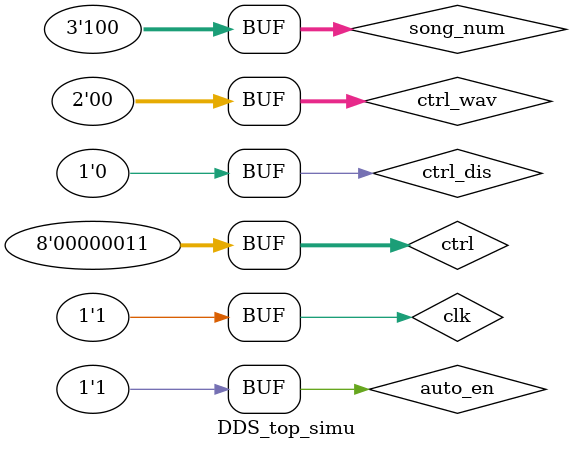
<source format=v>
`timescale 1ns / 1ps
module DDS_top_simu;
reg clk;
reg [7:0] ctrl;//ÆµÂÊ¿ØÖÆ×ÖÊäÈë
reg [1:0] ctrl_wav;//¿ª¹Ø¿ØÖÆ²¨ÐÎ
reg ctrl_dis;
reg [2:0] song_num;
reg auto_en;
wire [7:0] wave_out;//Êä³ö²¨ÐÎ
wire [7:0] dis_dig;
wire [13:0] dis_num;
wire sd;
wire audio_out;
wire DAC_ILE;
wire DAC_CS;
wire DAC_WR1;
wire DAC_WR2;
wire DAC_XFER;
DDS_top u0(
.clk(clk),
//.rst(rst),
.ctrl(ctrl),//ÆµÂÊ¿ØÖÆ×ÖÊäÈë
.ctrl_wav(ctrl_wav),//¿ª¹Ø¿ØÖÆ²¨ÐÎ
.ctrl_dis(ctrl_dis),
.song_num(song_num),
.auto_en(auto_en),
.wave_out(wave_out),//Êä³ö²¨ÐÎ
.dis_dig(dis_dig),
.dis_num(dis_num),
.sd(sd),
.audio_out(audio_out),
 //Êµ¼Ê²¨ÐÎÆµÂÊÏÔÊ¾
.DAC_ILE(DAC_ILE),
.DAC_CS(DAC_CS),
.DAC_WR1(DAC_WR1),
.DAC_WR2(DAC_WR2),
.DAC_XFER(DAC_XFER)
);
initial begin
clk<=1'b0;
ctrl<=8'd3;
ctrl_wav<=2'd0;
ctrl_dis<=1'b0;
song_num<=3'b100;
auto_en<=1'b1;
//#20000000 ctrl_wav<=2'd1;
//#20000000 ctrl_wav<=2'd2;
//#20000000 ctrl_wav<=2'd3;
//#20000000 ctrl_wav<=2'd0;
//#20000000 ctrl<=8'd30;
//#20000000 ctrl<=8'd60;
//#20000000 ctrl<=8'd120;
//#20000000 ctrl<=8'd3;
end

always begin
#5 clk<=1'b0;
#5 clk<=1'b1;
end
endmodule

</source>
